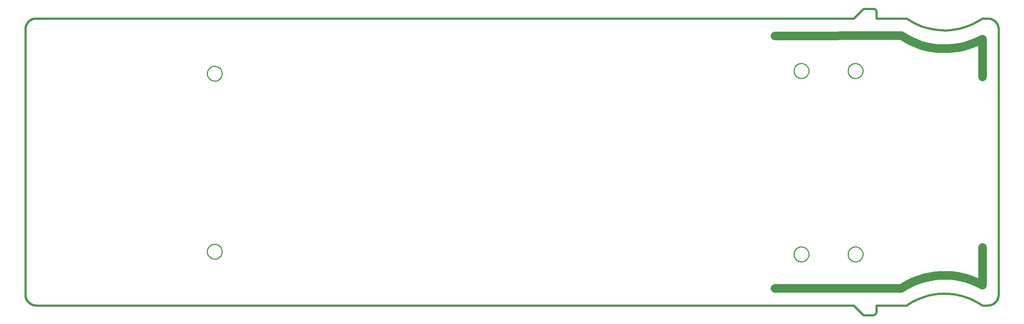
<source format=gko>
G04*
G04 #@! TF.GenerationSoftware,Altium Limited,Altium Designer,22.5.1 (42)*
G04*
G04 Layer_Color=16711935*
%FSLAX25Y25*%
%MOIN*%
G70*
G04*
G04 #@! TF.SameCoordinates,4C861729-87C5-483C-8B33-AEF81C08CF8D*
G04*
G04*
G04 #@! TF.FilePolarity,Positive*
G04*
G01*
G75*
%ADD11C,0.01000*%
%ADD55C,0.07874*%
%ADD56C,0.02000*%
D11*
X181890Y215000D02*
X181816Y216003D01*
X181598Y216985D01*
X181238Y217924D01*
X180746Y218801D01*
X180131Y219598D01*
X179407Y220296D01*
X178589Y220881D01*
X177695Y221341D01*
X176743Y221666D01*
X175753Y221848D01*
X174748Y221885D01*
X173749Y221775D01*
X172775Y221521D01*
X171850Y221127D01*
X170991Y220603D01*
X170218Y219960D01*
X169547Y219211D01*
X168992Y218372D01*
X168565Y217461D01*
X168275Y216498D01*
X168129Y215503D01*
Y214497D01*
X168275Y213502D01*
X168565Y212539D01*
X168992Y211628D01*
X169547Y210789D01*
X170218Y210040D01*
X170991Y209397D01*
X171850Y208873D01*
X172775Y208479D01*
X173749Y208225D01*
X174748Y208115D01*
X175754Y208152D01*
X176743Y208334D01*
X177695Y208659D01*
X178589Y209119D01*
X179407Y209704D01*
X180131Y210402D01*
X180746Y211198D01*
X181238Y212076D01*
X181598Y213015D01*
X181816Y213997D01*
X181890Y215000D01*
Y50000D02*
X181816Y51003D01*
X181598Y51985D01*
X181238Y52924D01*
X180746Y53802D01*
X180131Y54598D01*
X179407Y55296D01*
X178589Y55881D01*
X177695Y56341D01*
X176743Y56666D01*
X175753Y56848D01*
X174748Y56885D01*
X173749Y56775D01*
X172775Y56521D01*
X171850Y56127D01*
X170991Y55603D01*
X170218Y54960D01*
X169547Y54211D01*
X168992Y53372D01*
X168565Y52461D01*
X168275Y51498D01*
X168129Y50503D01*
Y49497D01*
X168275Y48502D01*
X168565Y47539D01*
X168992Y46628D01*
X169547Y45789D01*
X170218Y45040D01*
X170991Y44397D01*
X171850Y43873D01*
X172775Y43479D01*
X173749Y43225D01*
X174748Y43115D01*
X175754Y43152D01*
X176743Y43334D01*
X177695Y43659D01*
X178589Y44119D01*
X179407Y44704D01*
X180131Y45402D01*
X180746Y46198D01*
X181238Y47076D01*
X181598Y48015D01*
X181816Y48997D01*
X181890Y50000D01*
X724390Y47500D02*
X724316Y48503D01*
X724098Y49485D01*
X723738Y50424D01*
X723246Y51301D01*
X722631Y52098D01*
X721907Y52796D01*
X721089Y53381D01*
X720195Y53841D01*
X719243Y54166D01*
X718254Y54348D01*
X717248Y54385D01*
X716249Y54275D01*
X715275Y54021D01*
X714350Y53627D01*
X713491Y53103D01*
X712718Y52460D01*
X712047Y51711D01*
X711492Y50872D01*
X711065Y49961D01*
X710775Y48998D01*
X710629Y48003D01*
Y46997D01*
X710775Y46002D01*
X711065Y45039D01*
X711492Y44128D01*
X712047Y43289D01*
X712718Y42540D01*
X713491Y41897D01*
X714350Y41373D01*
X715275Y40979D01*
X716249Y40725D01*
X717248Y40615D01*
X718254Y40652D01*
X719243Y40834D01*
X720195Y41159D01*
X721089Y41619D01*
X721907Y42204D01*
X722631Y42902D01*
X723246Y43698D01*
X723738Y44576D01*
X724098Y45515D01*
X724316Y46497D01*
X724390Y47500D01*
X774390D02*
X774316Y48503D01*
X774098Y49485D01*
X773738Y50424D01*
X773246Y51301D01*
X772631Y52098D01*
X771907Y52796D01*
X771089Y53381D01*
X770195Y53841D01*
X769243Y54166D01*
X768254Y54348D01*
X767248Y54385D01*
X766249Y54275D01*
X765275Y54021D01*
X764350Y53627D01*
X763491Y53103D01*
X762718Y52460D01*
X762047Y51711D01*
X761492Y50872D01*
X761065Y49961D01*
X760775Y48998D01*
X760629Y48003D01*
Y46997D01*
X760775Y46002D01*
X761065Y45039D01*
X761492Y44128D01*
X762047Y43289D01*
X762718Y42540D01*
X763491Y41897D01*
X764350Y41373D01*
X765275Y40979D01*
X766249Y40725D01*
X767248Y40615D01*
X768254Y40652D01*
X769243Y40834D01*
X770195Y41159D01*
X771089Y41619D01*
X771907Y42204D01*
X772631Y42902D01*
X773246Y43698D01*
X773738Y44576D01*
X774098Y45515D01*
X774316Y46497D01*
X774390Y47500D01*
Y217500D02*
X774316Y218503D01*
X774098Y219485D01*
X773738Y220424D01*
X773246Y221302D01*
X772631Y222098D01*
X771907Y222796D01*
X771089Y223381D01*
X770195Y223841D01*
X769243Y224166D01*
X768254Y224348D01*
X767248Y224385D01*
X766249Y224275D01*
X765275Y224021D01*
X764350Y223627D01*
X763491Y223103D01*
X762718Y222460D01*
X762047Y221711D01*
X761492Y220872D01*
X761065Y219961D01*
X760775Y218998D01*
X760629Y218003D01*
Y216997D01*
X760775Y216002D01*
X761065Y215039D01*
X761492Y214128D01*
X762047Y213289D01*
X762718Y212540D01*
X763491Y211897D01*
X764350Y211373D01*
X765275Y210979D01*
X766249Y210725D01*
X767248Y210615D01*
X768254Y210652D01*
X769243Y210834D01*
X770195Y211159D01*
X771089Y211619D01*
X771907Y212204D01*
X772631Y212902D01*
X773246Y213699D01*
X773738Y214576D01*
X774098Y215515D01*
X774316Y216497D01*
X774390Y217500D01*
X724390D02*
X724316Y218503D01*
X724098Y219485D01*
X723738Y220424D01*
X723246Y221302D01*
X722631Y222098D01*
X721907Y222796D01*
X721089Y223381D01*
X720195Y223841D01*
X719243Y224166D01*
X718254Y224348D01*
X717248Y224385D01*
X716249Y224275D01*
X715275Y224021D01*
X714350Y223627D01*
X713491Y223103D01*
X712718Y222460D01*
X712047Y221711D01*
X711492Y220872D01*
X711065Y219961D01*
X710775Y218998D01*
X710629Y218003D01*
Y216997D01*
X710775Y216002D01*
X711065Y215039D01*
X711492Y214128D01*
X712047Y213289D01*
X712718Y212540D01*
X713491Y211897D01*
X714350Y211373D01*
X715275Y210979D01*
X716249Y210725D01*
X717248Y210615D01*
X718254Y210652D01*
X719243Y210834D01*
X720195Y211159D01*
X721089Y211619D01*
X721907Y212204D01*
X722631Y212902D01*
X723246Y213699D01*
X723738Y214576D01*
X724098Y215515D01*
X724316Y216497D01*
X724390Y217500D01*
D55*
X810010Y250015D02*
X814331Y247373D01*
X818825Y245039D01*
X823471Y243024D01*
X828246Y241338D01*
X833128Y239989D01*
X838091Y238984D01*
X843113Y238328D01*
X848168Y238023D01*
X853232Y238072D01*
X858280Y238474D01*
X863288Y239227D01*
X868232Y240328D01*
X873086Y241771D01*
X877828Y243549D01*
X882434Y245653D01*
X885000Y247000D01*
Y212000D02*
Y247000D01*
X693000Y250000D02*
X810010Y250015D01*
X880519Y21249D02*
X885038Y18962D01*
X875852Y23215D02*
X880519Y21249D01*
X871059Y24851D02*
X875852Y23215D01*
X866164Y26148D02*
X871059Y24851D01*
X861190Y27101D02*
X866164Y26148D01*
X856161Y27704D02*
X861190Y27101D01*
X851103Y27955D02*
X856161Y27704D01*
X846040Y27852D02*
X851103Y27955D01*
X840996Y27397D02*
X846040Y27852D01*
X835997Y26591D02*
X840996Y27397D01*
X831065Y25438D02*
X835997Y26591D01*
X826227Y23944D02*
X831065Y25438D01*
X821504Y22116D02*
X826227Y23944D01*
X816920Y19963D02*
X821504Y22116D01*
X812497Y17496D02*
X816920Y19963D01*
X810048Y15948D02*
X812497Y17496D01*
X693038Y15962D02*
X810048Y15948D01*
X885038Y18962D02*
Y53962D01*
D56*
X881452Y2282D02*
X885038Y-37D01*
X877713Y4345D02*
X881452Y2282D01*
X873839Y6143D02*
X877713Y4345D01*
X869850Y7666D02*
X873839Y6143D01*
X865764Y8907D02*
X869850Y7666D01*
X861601Y9860D02*
X865764Y8907D01*
X857382Y10520D02*
X861601Y9860D01*
X853127Y10885D02*
X857382Y10520D01*
X848857Y10951D02*
X853127Y10885D01*
X844593Y10720D02*
X848857Y10951D01*
X840355Y10192D02*
X844593Y10720D01*
X836165Y9369D02*
X840355Y10192D01*
X832042Y8256D02*
X836165Y9369D01*
X828007Y6858D02*
X832042Y8256D01*
X824079Y5183D02*
X828007Y6858D01*
X820278Y3237D02*
X824079Y5183D01*
X816621Y1031D02*
X820278Y3237D01*
X815038Y-37D02*
X816621Y1031D01*
X815000Y266000D02*
X818586Y263681D01*
X822324Y261617D01*
X826198Y259820D01*
X830188Y258297D01*
X834274Y257056D01*
X838437Y256103D01*
X842656Y255443D01*
X846911Y255078D01*
X851180Y255012D01*
X855445Y255243D01*
X859682Y255771D01*
X863873Y256593D01*
X867996Y257706D01*
X872031Y259104D01*
X875959Y260780D01*
X879760Y262726D01*
X883417Y264932D01*
X885000Y266000D01*
X890000Y0D02*
X890697Y24D01*
X891392Y97D01*
X892079Y219D01*
X892756Y387D01*
X893420Y603D01*
X894067Y864D01*
X894695Y1170D01*
X895299Y1519D01*
X895878Y1910D01*
X896428Y2340D01*
X896947Y2807D01*
X897431Y3309D01*
X897880Y3843D01*
X898290Y4408D01*
X898660Y5000D01*
X898988Y5616D01*
X899272Y6254D01*
X899510Y6910D01*
X899703Y7581D01*
X899848Y8264D01*
X899945Y8955D01*
X899994Y9651D01*
X900000Y10000D01*
X899976Y256698D02*
X900000Y256000D01*
X899903Y257392D02*
X899976Y256698D01*
X899782Y258079D02*
X899903Y257392D01*
X899613Y258756D02*
X899782Y258079D01*
X899397Y259420D02*
X899613Y258756D01*
X899135Y260067D02*
X899397Y259420D01*
X898829Y260695D02*
X899135Y260067D01*
X898481Y261299D02*
X898829Y260695D01*
X898090Y261878D02*
X898481Y261299D01*
X897661Y262428D02*
X898090Y261878D01*
X897193Y262947D02*
X897661Y262428D01*
X896691Y263432D02*
X897193Y262947D01*
X896157Y263880D02*
X896691Y263432D01*
X895592Y264290D02*
X896157Y263880D01*
X895000Y264660D02*
X895592Y264290D01*
X894384Y264988D02*
X895000Y264660D01*
X893746Y265272D02*
X894384Y264988D01*
X893090Y265511D02*
X893746Y265272D01*
X892419Y265703D02*
X893090Y265511D01*
X891737Y265848D02*
X892419Y265703D01*
X891045Y265945D02*
X891737Y265848D01*
X890349Y265994D02*
X891045Y265945D01*
X890000Y266000D02*
X890349Y265994D01*
X0Y10000D02*
X24Y9302D01*
X97Y8608D01*
X219Y7921D01*
X387Y7244D01*
X603Y6580D01*
X864Y5933D01*
X1170Y5305D01*
X1519Y4701D01*
X1910Y4122D01*
X2340Y3572D01*
X2807Y3053D01*
X3309Y2568D01*
X3843Y2120D01*
X4408Y1710D01*
X5000Y1340D01*
X5616Y1012D01*
X6254Y728D01*
X6910Y489D01*
X7581Y297D01*
X8264Y152D01*
X8955Y55D01*
X9651Y6D01*
X10000Y0D01*
X9302Y265976D02*
X10000Y266000D01*
X8608Y265903D02*
X9302Y265976D01*
X7921Y265781D02*
X8608Y265903D01*
X7244Y265613D02*
X7921Y265781D01*
X6580Y265397D02*
X7244Y265613D01*
X5933Y265136D02*
X6580Y265397D01*
X5305Y264829D02*
X5933Y265136D01*
X4701Y264480D02*
X5305Y264829D01*
X4122Y264090D02*
X4701Y264480D01*
X3572Y263661D02*
X4122Y264090D01*
X3053Y263193D02*
X3572Y263661D01*
X2568Y262691D02*
X3053Y263193D01*
X2120Y262157D02*
X2568Y262691D01*
X1710Y261592D02*
X2120Y262157D01*
X1340Y261000D02*
X1710Y261592D01*
X1012Y260384D02*
X1340Y261000D01*
X728Y259746D02*
X1012Y260384D01*
X489Y259090D02*
X728Y259746D01*
X297Y258419D02*
X489Y259090D01*
X152Y257736D02*
X297Y258419D01*
X55Y257045D02*
X152Y257736D01*
X6Y256349D02*
X55Y257045D01*
X0Y256000D02*
X6Y256349D01*
X786993Y272209D02*
X787000Y272000D01*
X786971Y272417D02*
X786993Y272209D01*
X786935Y272624D02*
X786971Y272417D01*
X786884Y272827D02*
X786935Y272624D01*
X786819Y273026D02*
X786884Y272827D01*
X786741Y273220D02*
X786819Y273026D01*
X786649Y273409D02*
X786741Y273220D01*
X786544Y273590D02*
X786649Y273409D01*
X786427Y273763D02*
X786544Y273590D01*
X786298Y273928D02*
X786427Y273763D01*
X786158Y274084D02*
X786298Y273928D01*
X786007Y274230D02*
X786158Y274084D01*
X785847Y274364D02*
X786007Y274230D01*
X785677Y274487D02*
X785847Y274364D01*
X785500Y274598D02*
X785677Y274487D01*
X785315Y274696D02*
X785500Y274598D01*
X785124Y274781D02*
X785315Y274696D01*
X784927Y274853D02*
X785124Y274781D01*
X784726Y274911D02*
X784927Y274853D01*
X784521Y274955D02*
X784726Y274911D01*
X784313Y274984D02*
X784521Y274955D01*
X784105Y274998D02*
X784313Y274984D01*
X784000Y275000D02*
X784105Y274998D01*
X784000Y-9000D02*
X784209Y-8993D01*
X784417Y-8971D01*
X784624Y-8935D01*
X784827Y-8884D01*
X785026Y-8819D01*
X785220Y-8741D01*
X785408Y-8649D01*
X785590Y-8544D01*
X785763Y-8427D01*
X785928Y-8298D01*
X786084Y-8158D01*
X786230Y-8007D01*
X786364Y-7847D01*
X786487Y-7677D01*
X786598Y-7500D01*
X786696Y-7315D01*
X786782Y-7124D01*
X786853Y-6927D01*
X786911Y-6726D01*
X786954Y-6521D01*
X786983Y-6313D01*
X786998Y-6105D01*
X787000Y-6000D01*
Y-37D02*
X815038D01*
X885038D02*
X890038D01*
X885000Y266000D02*
X890000D01*
X787000D02*
Y272000D01*
X10000Y266000D02*
X766000D01*
X787000D02*
X815000D01*
X900000Y10000D02*
Y256000D01*
X10000Y0D02*
X766038D01*
X0Y10000D02*
Y256000D01*
X766000Y266000D02*
X775000Y275000D01*
X784000D01*
X775000Y-9000D02*
X784000D01*
X766000Y0D02*
X775000Y-9000D01*
X787000Y-6000D02*
Y0D01*
M02*

</source>
